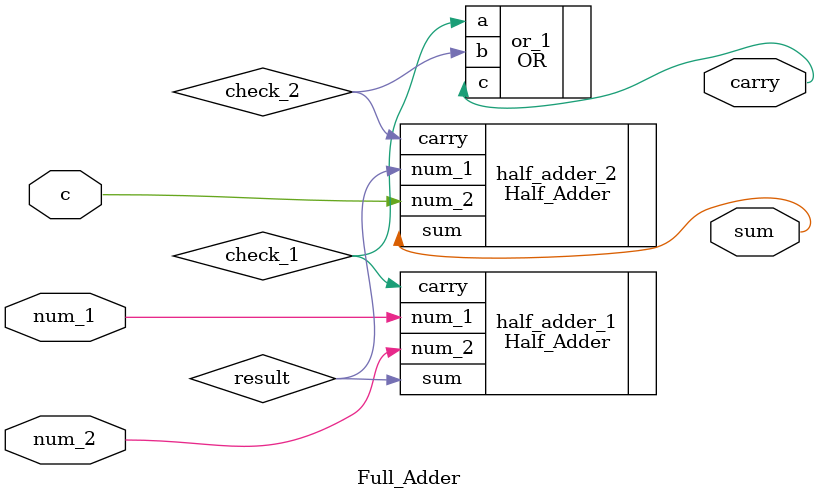
<source format=v>
`include "Half_Adder.v"
`include "OR.v"

module Full_Adder(
	input wire num_1,
	input wire num_2,
	input wire c,
	output wire sum,
	output wire carry
);

wire result;
wire check_1;
wire check_2;

Half_Adder half_adder_1(
	.num_1(num_1),
	.num_2(num_2),
	.sum(result),
	.carry(check_1)
);


Half_Adder half_adder_2(
	.num_1(result),
	.num_2(c),
	.sum(sum),
	.carry(check_2)
);

OR or_1(
	.a(check_1),
	.b(check_2),
	.c(carry)
);

endmodule
</source>
